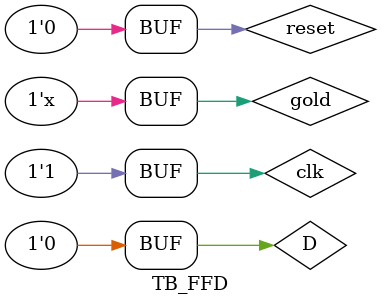
<source format=sv>
`timescale 1ps / 1ps
module TB_FFD(); 
logic  D;
bit clk, reset;
logic  q;
logic  gold;
//logic [WIDTH-1:0] error;

FF_D  Test (.d(D), .clk(clk), .q(q), .reset(reset));

always
begin 
#8 clk = 1'b0;
#8 clk = 1'b1;
end

initial begin
//Values 
//logic [WIDTH-1:0] gold;
reset <= 0;
D <= 1'b1;
clk <= 0;
gold <= 1'b0;

#15 reset <= 1; 
#20 D <= 1'b1; gold <= D;
#15 reset <= 0; 
#20 D <= 1'b0;gold <= D;
#15 reset <= 0; 
#20 D <= 1'b1; gold <= D;
#15 reset <= 1; 
#20 D <= 1'b1; gold <= D;
#15 reset <= 1; 
#20 D <= 1'b1; gold <= D;
#15 reset <= 0; 
#20 D <= 1'b0;gold <= D;
end

endmodule  

</source>
